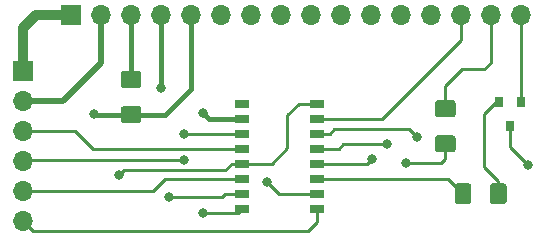
<source format=gbr>
G04 #@! TF.GenerationSoftware,KiCad,Pcbnew,(5.0.0)*
G04 #@! TF.CreationDate,2019-09-07T10:55:20+05:30*
G04 #@! TF.ProjectId,SerialShiftLCD,53657269616C53686966744C43442E6B,rev?*
G04 #@! TF.SameCoordinates,Original*
G04 #@! TF.FileFunction,Copper,L1,Top,Signal*
G04 #@! TF.FilePolarity,Positive*
%FSLAX46Y46*%
G04 Gerber Fmt 4.6, Leading zero omitted, Abs format (unit mm)*
G04 Created by KiCad (PCBNEW (5.0.0)) date 09/07/19 10:55:20*
%MOMM*%
%LPD*%
G01*
G04 APERTURE LIST*
G04 #@! TA.AperFunction,ComponentPad*
%ADD10R,1.700000X1.700000*%
G04 #@! TD*
G04 #@! TA.AperFunction,ComponentPad*
%ADD11O,1.700000X1.700000*%
G04 #@! TD*
G04 #@! TA.AperFunction,SMDPad,CuDef*
%ADD12R,0.800000X0.900000*%
G04 #@! TD*
G04 #@! TA.AperFunction,Conductor*
%ADD13C,0.100000*%
G04 #@! TD*
G04 #@! TA.AperFunction,SMDPad,CuDef*
%ADD14C,1.425000*%
G04 #@! TD*
G04 #@! TA.AperFunction,SMDPad,CuDef*
%ADD15R,1.300000X0.800000*%
G04 #@! TD*
G04 #@! TA.AperFunction,ViaPad*
%ADD16C,0.800000*%
G04 #@! TD*
G04 #@! TA.AperFunction,Conductor*
%ADD17C,0.812800*%
G04 #@! TD*
G04 #@! TA.AperFunction,Conductor*
%ADD18C,0.381000*%
G04 #@! TD*
G04 #@! TA.AperFunction,Conductor*
%ADD19C,0.254000*%
G04 #@! TD*
G04 #@! TA.AperFunction,Conductor*
%ADD20C,0.508000*%
G04 #@! TD*
G04 APERTURE END LIST*
D10*
G04 #@! TO.P,J1,1*
G04 #@! TO.N,GND*
X129857500Y-38227000D03*
D11*
G04 #@! TO.P,J1,2*
G04 #@! TO.N,+5V*
X129857500Y-40767000D03*
G04 #@! TO.P,J1,3*
G04 #@! TO.N,Net-(J1-Pad3)*
X129857500Y-43307000D03*
G04 #@! TO.P,J1,4*
G04 #@! TO.N,Net-(J1-Pad4)*
X129857500Y-45847000D03*
G04 #@! TO.P,J1,5*
G04 #@! TO.N,Net-(J1-Pad5)*
X129857500Y-48387000D03*
G04 #@! TO.P,J1,6*
G04 #@! TO.N,Net-(J1-Pad6)*
X129857500Y-50927000D03*
G04 #@! TD*
D10*
G04 #@! TO.P,J3,1*
G04 #@! TO.N,GND*
X133921500Y-33528000D03*
D11*
G04 #@! TO.P,J3,2*
G04 #@! TO.N,+5V*
X136461500Y-33528000D03*
G04 #@! TO.P,J3,3*
G04 #@! TO.N,Net-(J3-Pad3)*
X139001500Y-33528000D03*
G04 #@! TO.P,J3,4*
G04 #@! TO.N,Net-(J3-Pad4)*
X141541500Y-33528000D03*
G04 #@! TO.P,J3,5*
G04 #@! TO.N,GND*
X144081500Y-33528000D03*
G04 #@! TO.P,J3,6*
G04 #@! TO.N,Net-(J3-Pad6)*
X146621500Y-33528000D03*
G04 #@! TO.P,J3,7*
G04 #@! TO.N,Net-(J3-Pad7)*
X149161500Y-33528000D03*
G04 #@! TO.P,J3,8*
G04 #@! TO.N,Net-(J3-Pad8)*
X151701500Y-33528000D03*
G04 #@! TO.P,J3,9*
G04 #@! TO.N,Net-(J3-Pad9)*
X154241500Y-33528000D03*
G04 #@! TO.P,J3,10*
G04 #@! TO.N,Net-(J3-Pad10)*
X156781500Y-33528000D03*
G04 #@! TO.P,J3,11*
G04 #@! TO.N,Net-(J3-Pad11)*
X159321500Y-33528000D03*
G04 #@! TO.P,J3,12*
G04 #@! TO.N,Net-(J3-Pad12)*
X161861500Y-33528000D03*
G04 #@! TO.P,J3,13*
G04 #@! TO.N,Net-(J3-Pad13)*
X164401500Y-33528000D03*
G04 #@! TO.P,J3,14*
G04 #@! TO.N,Net-(J3-Pad14)*
X166941500Y-33528000D03*
G04 #@! TO.P,J3,15*
G04 #@! TO.N,Net-(J3-Pad15)*
X169481500Y-33528000D03*
G04 #@! TO.P,J3,16*
G04 #@! TO.N,Net-(J3-Pad16)*
X172021500Y-33528000D03*
G04 #@! TD*
D12*
G04 #@! TO.P,Q1,1*
G04 #@! TO.N,Net-(J3-Pad16)*
X172019000Y-40910000D03*
G04 #@! TO.P,Q1,2*
G04 #@! TO.N,Net-(Q1-Pad2)*
X170119000Y-40910000D03*
G04 #@! TO.P,Q1,3*
G04 #@! TO.N,GND*
X171069000Y-42910000D03*
G04 #@! TD*
D13*
G04 #@! TO.N,Net-(J3-Pad3)*
G04 #@! TO.C,R1*
G36*
X139651004Y-38250704D02*
X139675273Y-38254304D01*
X139699071Y-38260265D01*
X139722171Y-38268530D01*
X139744349Y-38279020D01*
X139765393Y-38291633D01*
X139785098Y-38306247D01*
X139803277Y-38322723D01*
X139819753Y-38340902D01*
X139834367Y-38360607D01*
X139846980Y-38381651D01*
X139857470Y-38403829D01*
X139865735Y-38426929D01*
X139871696Y-38450727D01*
X139875296Y-38474996D01*
X139876500Y-38499500D01*
X139876500Y-39424500D01*
X139875296Y-39449004D01*
X139871696Y-39473273D01*
X139865735Y-39497071D01*
X139857470Y-39520171D01*
X139846980Y-39542349D01*
X139834367Y-39563393D01*
X139819753Y-39583098D01*
X139803277Y-39601277D01*
X139785098Y-39617753D01*
X139765393Y-39632367D01*
X139744349Y-39644980D01*
X139722171Y-39655470D01*
X139699071Y-39663735D01*
X139675273Y-39669696D01*
X139651004Y-39673296D01*
X139626500Y-39674500D01*
X138376500Y-39674500D01*
X138351996Y-39673296D01*
X138327727Y-39669696D01*
X138303929Y-39663735D01*
X138280829Y-39655470D01*
X138258651Y-39644980D01*
X138237607Y-39632367D01*
X138217902Y-39617753D01*
X138199723Y-39601277D01*
X138183247Y-39583098D01*
X138168633Y-39563393D01*
X138156020Y-39542349D01*
X138145530Y-39520171D01*
X138137265Y-39497071D01*
X138131304Y-39473273D01*
X138127704Y-39449004D01*
X138126500Y-39424500D01*
X138126500Y-38499500D01*
X138127704Y-38474996D01*
X138131304Y-38450727D01*
X138137265Y-38426929D01*
X138145530Y-38403829D01*
X138156020Y-38381651D01*
X138168633Y-38360607D01*
X138183247Y-38340902D01*
X138199723Y-38322723D01*
X138217902Y-38306247D01*
X138237607Y-38291633D01*
X138258651Y-38279020D01*
X138280829Y-38268530D01*
X138303929Y-38260265D01*
X138327727Y-38254304D01*
X138351996Y-38250704D01*
X138376500Y-38249500D01*
X139626500Y-38249500D01*
X139651004Y-38250704D01*
X139651004Y-38250704D01*
G37*
D14*
G04 #@! TD*
G04 #@! TO.P,R1,1*
G04 #@! TO.N,Net-(J3-Pad3)*
X139001500Y-38962000D03*
D13*
G04 #@! TO.N,GND*
G04 #@! TO.C,R1*
G36*
X139651004Y-41225704D02*
X139675273Y-41229304D01*
X139699071Y-41235265D01*
X139722171Y-41243530D01*
X139744349Y-41254020D01*
X139765393Y-41266633D01*
X139785098Y-41281247D01*
X139803277Y-41297723D01*
X139819753Y-41315902D01*
X139834367Y-41335607D01*
X139846980Y-41356651D01*
X139857470Y-41378829D01*
X139865735Y-41401929D01*
X139871696Y-41425727D01*
X139875296Y-41449996D01*
X139876500Y-41474500D01*
X139876500Y-42399500D01*
X139875296Y-42424004D01*
X139871696Y-42448273D01*
X139865735Y-42472071D01*
X139857470Y-42495171D01*
X139846980Y-42517349D01*
X139834367Y-42538393D01*
X139819753Y-42558098D01*
X139803277Y-42576277D01*
X139785098Y-42592753D01*
X139765393Y-42607367D01*
X139744349Y-42619980D01*
X139722171Y-42630470D01*
X139699071Y-42638735D01*
X139675273Y-42644696D01*
X139651004Y-42648296D01*
X139626500Y-42649500D01*
X138376500Y-42649500D01*
X138351996Y-42648296D01*
X138327727Y-42644696D01*
X138303929Y-42638735D01*
X138280829Y-42630470D01*
X138258651Y-42619980D01*
X138237607Y-42607367D01*
X138217902Y-42592753D01*
X138199723Y-42576277D01*
X138183247Y-42558098D01*
X138168633Y-42538393D01*
X138156020Y-42517349D01*
X138145530Y-42495171D01*
X138137265Y-42472071D01*
X138131304Y-42448273D01*
X138127704Y-42424004D01*
X138126500Y-42399500D01*
X138126500Y-41474500D01*
X138127704Y-41449996D01*
X138131304Y-41425727D01*
X138137265Y-41401929D01*
X138145530Y-41378829D01*
X138156020Y-41356651D01*
X138168633Y-41335607D01*
X138183247Y-41315902D01*
X138199723Y-41297723D01*
X138217902Y-41281247D01*
X138237607Y-41266633D01*
X138258651Y-41254020D01*
X138280829Y-41243530D01*
X138303929Y-41235265D01*
X138327727Y-41229304D01*
X138351996Y-41225704D01*
X138376500Y-41224500D01*
X139626500Y-41224500D01*
X139651004Y-41225704D01*
X139651004Y-41225704D01*
G37*
D14*
G04 #@! TD*
G04 #@! TO.P,R1,2*
G04 #@! TO.N,GND*
X139001500Y-41937000D03*
D13*
G04 #@! TO.N,+5V*
G04 #@! TO.C,R2*
G36*
X166257504Y-43702204D02*
X166281773Y-43705804D01*
X166305571Y-43711765D01*
X166328671Y-43720030D01*
X166350849Y-43730520D01*
X166371893Y-43743133D01*
X166391598Y-43757747D01*
X166409777Y-43774223D01*
X166426253Y-43792402D01*
X166440867Y-43812107D01*
X166453480Y-43833151D01*
X166463970Y-43855329D01*
X166472235Y-43878429D01*
X166478196Y-43902227D01*
X166481796Y-43926496D01*
X166483000Y-43951000D01*
X166483000Y-44876000D01*
X166481796Y-44900504D01*
X166478196Y-44924773D01*
X166472235Y-44948571D01*
X166463970Y-44971671D01*
X166453480Y-44993849D01*
X166440867Y-45014893D01*
X166426253Y-45034598D01*
X166409777Y-45052777D01*
X166391598Y-45069253D01*
X166371893Y-45083867D01*
X166350849Y-45096480D01*
X166328671Y-45106970D01*
X166305571Y-45115235D01*
X166281773Y-45121196D01*
X166257504Y-45124796D01*
X166233000Y-45126000D01*
X164983000Y-45126000D01*
X164958496Y-45124796D01*
X164934227Y-45121196D01*
X164910429Y-45115235D01*
X164887329Y-45106970D01*
X164865151Y-45096480D01*
X164844107Y-45083867D01*
X164824402Y-45069253D01*
X164806223Y-45052777D01*
X164789747Y-45034598D01*
X164775133Y-45014893D01*
X164762520Y-44993849D01*
X164752030Y-44971671D01*
X164743765Y-44948571D01*
X164737804Y-44924773D01*
X164734204Y-44900504D01*
X164733000Y-44876000D01*
X164733000Y-43951000D01*
X164734204Y-43926496D01*
X164737804Y-43902227D01*
X164743765Y-43878429D01*
X164752030Y-43855329D01*
X164762520Y-43833151D01*
X164775133Y-43812107D01*
X164789747Y-43792402D01*
X164806223Y-43774223D01*
X164824402Y-43757747D01*
X164844107Y-43743133D01*
X164865151Y-43730520D01*
X164887329Y-43720030D01*
X164910429Y-43711765D01*
X164934227Y-43705804D01*
X164958496Y-43702204D01*
X164983000Y-43701000D01*
X166233000Y-43701000D01*
X166257504Y-43702204D01*
X166257504Y-43702204D01*
G37*
D14*
G04 #@! TD*
G04 #@! TO.P,R2,2*
G04 #@! TO.N,+5V*
X165608000Y-44413500D03*
D13*
G04 #@! TO.N,Net-(J3-Pad15)*
G04 #@! TO.C,R2*
G36*
X166257504Y-40727204D02*
X166281773Y-40730804D01*
X166305571Y-40736765D01*
X166328671Y-40745030D01*
X166350849Y-40755520D01*
X166371893Y-40768133D01*
X166391598Y-40782747D01*
X166409777Y-40799223D01*
X166426253Y-40817402D01*
X166440867Y-40837107D01*
X166453480Y-40858151D01*
X166463970Y-40880329D01*
X166472235Y-40903429D01*
X166478196Y-40927227D01*
X166481796Y-40951496D01*
X166483000Y-40976000D01*
X166483000Y-41901000D01*
X166481796Y-41925504D01*
X166478196Y-41949773D01*
X166472235Y-41973571D01*
X166463970Y-41996671D01*
X166453480Y-42018849D01*
X166440867Y-42039893D01*
X166426253Y-42059598D01*
X166409777Y-42077777D01*
X166391598Y-42094253D01*
X166371893Y-42108867D01*
X166350849Y-42121480D01*
X166328671Y-42131970D01*
X166305571Y-42140235D01*
X166281773Y-42146196D01*
X166257504Y-42149796D01*
X166233000Y-42151000D01*
X164983000Y-42151000D01*
X164958496Y-42149796D01*
X164934227Y-42146196D01*
X164910429Y-42140235D01*
X164887329Y-42131970D01*
X164865151Y-42121480D01*
X164844107Y-42108867D01*
X164824402Y-42094253D01*
X164806223Y-42077777D01*
X164789747Y-42059598D01*
X164775133Y-42039893D01*
X164762520Y-42018849D01*
X164752030Y-41996671D01*
X164743765Y-41973571D01*
X164737804Y-41949773D01*
X164734204Y-41925504D01*
X164733000Y-41901000D01*
X164733000Y-40976000D01*
X164734204Y-40951496D01*
X164737804Y-40927227D01*
X164743765Y-40903429D01*
X164752030Y-40880329D01*
X164762520Y-40858151D01*
X164775133Y-40837107D01*
X164789747Y-40817402D01*
X164806223Y-40799223D01*
X164824402Y-40782747D01*
X164844107Y-40768133D01*
X164865151Y-40755520D01*
X164887329Y-40745030D01*
X164910429Y-40736765D01*
X164934227Y-40730804D01*
X164958496Y-40727204D01*
X164983000Y-40726000D01*
X166233000Y-40726000D01*
X166257504Y-40727204D01*
X166257504Y-40727204D01*
G37*
D14*
G04 #@! TD*
G04 #@! TO.P,R2,1*
G04 #@! TO.N,Net-(J3-Pad15)*
X165608000Y-41438500D03*
D13*
G04 #@! TO.N,Net-(Q1-Pad2)*
G04 #@! TO.C,R3*
G36*
X170567004Y-47767204D02*
X170591273Y-47770804D01*
X170615071Y-47776765D01*
X170638171Y-47785030D01*
X170660349Y-47795520D01*
X170681393Y-47808133D01*
X170701098Y-47822747D01*
X170719277Y-47839223D01*
X170735753Y-47857402D01*
X170750367Y-47877107D01*
X170762980Y-47898151D01*
X170773470Y-47920329D01*
X170781735Y-47943429D01*
X170787696Y-47967227D01*
X170791296Y-47991496D01*
X170792500Y-48016000D01*
X170792500Y-49266000D01*
X170791296Y-49290504D01*
X170787696Y-49314773D01*
X170781735Y-49338571D01*
X170773470Y-49361671D01*
X170762980Y-49383849D01*
X170750367Y-49404893D01*
X170735753Y-49424598D01*
X170719277Y-49442777D01*
X170701098Y-49459253D01*
X170681393Y-49473867D01*
X170660349Y-49486480D01*
X170638171Y-49496970D01*
X170615071Y-49505235D01*
X170591273Y-49511196D01*
X170567004Y-49514796D01*
X170542500Y-49516000D01*
X169617500Y-49516000D01*
X169592996Y-49514796D01*
X169568727Y-49511196D01*
X169544929Y-49505235D01*
X169521829Y-49496970D01*
X169499651Y-49486480D01*
X169478607Y-49473867D01*
X169458902Y-49459253D01*
X169440723Y-49442777D01*
X169424247Y-49424598D01*
X169409633Y-49404893D01*
X169397020Y-49383849D01*
X169386530Y-49361671D01*
X169378265Y-49338571D01*
X169372304Y-49314773D01*
X169368704Y-49290504D01*
X169367500Y-49266000D01*
X169367500Y-48016000D01*
X169368704Y-47991496D01*
X169372304Y-47967227D01*
X169378265Y-47943429D01*
X169386530Y-47920329D01*
X169397020Y-47898151D01*
X169409633Y-47877107D01*
X169424247Y-47857402D01*
X169440723Y-47839223D01*
X169458902Y-47822747D01*
X169478607Y-47808133D01*
X169499651Y-47795520D01*
X169521829Y-47785030D01*
X169544929Y-47776765D01*
X169568727Y-47770804D01*
X169592996Y-47767204D01*
X169617500Y-47766000D01*
X170542500Y-47766000D01*
X170567004Y-47767204D01*
X170567004Y-47767204D01*
G37*
D14*
G04 #@! TD*
G04 #@! TO.P,R3,1*
G04 #@! TO.N,Net-(Q1-Pad2)*
X170080000Y-48641000D03*
D13*
G04 #@! TO.N,Net-(R3-Pad2)*
G04 #@! TO.C,R3*
G36*
X167592004Y-47767204D02*
X167616273Y-47770804D01*
X167640071Y-47776765D01*
X167663171Y-47785030D01*
X167685349Y-47795520D01*
X167706393Y-47808133D01*
X167726098Y-47822747D01*
X167744277Y-47839223D01*
X167760753Y-47857402D01*
X167775367Y-47877107D01*
X167787980Y-47898151D01*
X167798470Y-47920329D01*
X167806735Y-47943429D01*
X167812696Y-47967227D01*
X167816296Y-47991496D01*
X167817500Y-48016000D01*
X167817500Y-49266000D01*
X167816296Y-49290504D01*
X167812696Y-49314773D01*
X167806735Y-49338571D01*
X167798470Y-49361671D01*
X167787980Y-49383849D01*
X167775367Y-49404893D01*
X167760753Y-49424598D01*
X167744277Y-49442777D01*
X167726098Y-49459253D01*
X167706393Y-49473867D01*
X167685349Y-49486480D01*
X167663171Y-49496970D01*
X167640071Y-49505235D01*
X167616273Y-49511196D01*
X167592004Y-49514796D01*
X167567500Y-49516000D01*
X166642500Y-49516000D01*
X166617996Y-49514796D01*
X166593727Y-49511196D01*
X166569929Y-49505235D01*
X166546829Y-49496970D01*
X166524651Y-49486480D01*
X166503607Y-49473867D01*
X166483902Y-49459253D01*
X166465723Y-49442777D01*
X166449247Y-49424598D01*
X166434633Y-49404893D01*
X166422020Y-49383849D01*
X166411530Y-49361671D01*
X166403265Y-49338571D01*
X166397304Y-49314773D01*
X166393704Y-49290504D01*
X166392500Y-49266000D01*
X166392500Y-48016000D01*
X166393704Y-47991496D01*
X166397304Y-47967227D01*
X166403265Y-47943429D01*
X166411530Y-47920329D01*
X166422020Y-47898151D01*
X166434633Y-47877107D01*
X166449247Y-47857402D01*
X166465723Y-47839223D01*
X166483902Y-47822747D01*
X166503607Y-47808133D01*
X166524651Y-47795520D01*
X166546829Y-47785030D01*
X166569929Y-47776765D01*
X166593727Y-47770804D01*
X166617996Y-47767204D01*
X166642500Y-47766000D01*
X167567500Y-47766000D01*
X167592004Y-47767204D01*
X167592004Y-47767204D01*
G37*
D14*
G04 #@! TD*
G04 #@! TO.P,R3,2*
G04 #@! TO.N,Net-(R3-Pad2)*
X167105000Y-48641000D03*
D15*
G04 #@! TO.P,U1,1*
G04 #@! TO.N,Net-(J1-Pad6)*
X154724500Y-49916000D03*
G04 #@! TO.P,U1,2*
G04 #@! TO.N,Net-(J3-Pad6)*
X154724500Y-48636000D03*
G04 #@! TO.P,U1,3*
G04 #@! TO.N,Net-(R3-Pad2)*
X154724500Y-47376000D03*
G04 #@! TO.P,U1,4*
G04 #@! TO.N,Net-(J3-Pad11)*
X154724500Y-46106000D03*
G04 #@! TO.P,U1,5*
G04 #@! TO.N,Net-(J3-Pad12)*
X154724500Y-44826000D03*
G04 #@! TO.P,U1,6*
G04 #@! TO.N,Net-(J3-Pad13)*
X154724500Y-43556000D03*
G04 #@! TO.P,U1,7*
G04 #@! TO.N,Net-(J3-Pad14)*
X154724500Y-42296000D03*
G04 #@! TO.P,U1,8*
G04 #@! TO.N,GND*
X154724500Y-41016000D03*
G04 #@! TO.P,U1,9*
G04 #@! TO.N,Net-(U1-Pad9)*
X148424500Y-41016000D03*
G04 #@! TO.P,U1,10*
G04 #@! TO.N,+5V*
X148424500Y-42296000D03*
G04 #@! TO.P,U1,11*
G04 #@! TO.N,Net-(J1-Pad4)*
X148424500Y-43556000D03*
G04 #@! TO.P,U1,12*
G04 #@! TO.N,Net-(J1-Pad3)*
X148424500Y-44826000D03*
G04 #@! TO.P,U1,13*
G04 #@! TO.N,GND*
X148424500Y-46106000D03*
G04 #@! TO.P,U1,14*
G04 #@! TO.N,Net-(J1-Pad5)*
X148424500Y-47376000D03*
G04 #@! TO.P,U1,15*
G04 #@! TO.N,Net-(J3-Pad4)*
X148424500Y-48636000D03*
G04 #@! TO.P,U1,16*
G04 #@! TO.N,+5V*
X148424500Y-49916000D03*
G04 #@! TD*
D16*
G04 #@! TO.N,GND*
X135890000Y-41910000D03*
X138023600Y-47040800D03*
X172593000Y-46228000D03*
G04 #@! TO.N,+5V*
X145110200Y-41833800D03*
X145110200Y-50292000D03*
X162255200Y-45999400D03*
G04 #@! TO.N,Net-(J1-Pad4)*
X143484600Y-43611800D03*
X143484600Y-45796200D03*
G04 #@! TO.N,Net-(J3-Pad4)*
X142240000Y-48895000D03*
X141554200Y-39700200D03*
G04 #@! TO.N,Net-(J3-Pad6)*
X150495000Y-47625000D03*
G04 #@! TO.N,Net-(J3-Pad11)*
X159385000Y-45720000D03*
G04 #@! TO.N,Net-(J3-Pad12)*
X160655000Y-44450000D03*
G04 #@! TO.N,Net-(J3-Pad13)*
X163195000Y-43815000D03*
G04 #@! TD*
D17*
G04 #@! TO.N,GND*
X129857500Y-38227000D02*
X129857500Y-34607500D01*
X130937000Y-33528000D02*
X133921500Y-33528000D01*
X129857500Y-34607500D02*
X130937000Y-33528000D01*
D18*
X139001500Y-41937000D02*
X135917000Y-41937000D01*
X135917000Y-41937000D02*
X135890000Y-41910000D01*
X139976500Y-41937000D02*
X139978100Y-41935400D01*
X139001500Y-41937000D02*
X139976500Y-41937000D01*
X139978100Y-41935400D02*
X141884400Y-41935400D01*
X144081500Y-39738300D02*
X144081500Y-33528000D01*
X141884400Y-41935400D02*
X144081500Y-39738300D01*
D19*
X148424500Y-46106000D02*
X150896400Y-46106000D01*
X150896400Y-46106000D02*
X152247600Y-44754800D01*
X152247600Y-44754800D02*
X152247600Y-41986200D01*
X153217800Y-41016000D02*
X154724500Y-41016000D01*
X152247600Y-41986200D02*
X153217800Y-41016000D01*
X147520500Y-46106000D02*
X146992100Y-46634400D01*
X148424500Y-46106000D02*
X147520500Y-46106000D01*
X146992100Y-46634400D02*
X138430000Y-46634400D01*
X138430000Y-46634400D02*
X138023600Y-47040800D01*
X171069000Y-44704000D02*
X171069000Y-42910000D01*
X172593000Y-46228000D02*
X171069000Y-44704000D01*
D20*
G04 #@! TO.N,+5V*
X129857500Y-40767000D02*
X133223000Y-40767000D01*
X136461500Y-37528500D02*
X136461500Y-33528000D01*
X133223000Y-40767000D02*
X136461500Y-37528500D01*
D18*
X145572400Y-42296000D02*
X148424500Y-42296000D01*
X145110200Y-41833800D02*
X145572400Y-42296000D01*
D19*
X148048500Y-50292000D02*
X148424500Y-49916000D01*
X145110200Y-50292000D02*
X148048500Y-50292000D01*
X165608000Y-44413500D02*
X165608000Y-45669200D01*
X165608000Y-45669200D02*
X165277800Y-45999400D01*
X165277800Y-45999400D02*
X162255200Y-45999400D01*
G04 #@! TO.N,Net-(J1-Pad3)*
X129857500Y-43307000D02*
X133654800Y-43307000D01*
X135808800Y-44826000D02*
X148424500Y-44826000D01*
X133654800Y-43307000D02*
X134289800Y-43307000D01*
X134289800Y-43307000D02*
X135808800Y-44826000D01*
G04 #@! TO.N,Net-(J1-Pad4)*
X148424500Y-43556000D02*
X143540400Y-43556000D01*
X143540400Y-43556000D02*
X143484600Y-43611800D01*
X129908300Y-45796200D02*
X129857500Y-45847000D01*
X143484600Y-45796200D02*
X129908300Y-45796200D01*
G04 #@! TO.N,Net-(J1-Pad5)*
X129857500Y-48387000D02*
X140843000Y-48387000D01*
X141854000Y-47376000D02*
X148424500Y-47376000D01*
X140843000Y-48387000D02*
X141854000Y-47376000D01*
D18*
G04 #@! TO.N,Net-(J3-Pad3)*
X139001500Y-33528000D02*
X139001500Y-38962000D01*
D19*
G04 #@! TO.N,Net-(J3-Pad4)*
X142240000Y-48895000D02*
X146685000Y-48895000D01*
X146944000Y-48636000D02*
X148424500Y-48636000D01*
X146685000Y-48895000D02*
X146944000Y-48636000D01*
D18*
X141541500Y-33528000D02*
X141541500Y-39687500D01*
X141541500Y-39687500D02*
X141554200Y-39700200D01*
D19*
G04 #@! TO.N,Net-(J3-Pad6)*
X151506000Y-48636000D02*
X154724500Y-48636000D01*
X150495000Y-47625000D02*
X151506000Y-48636000D01*
G04 #@! TO.N,Net-(J3-Pad11)*
X158999000Y-46106000D02*
X159385000Y-45720000D01*
X154724500Y-46106000D02*
X158999000Y-46106000D01*
G04 #@! TO.N,Net-(J3-Pad12)*
X154724500Y-44826000D02*
X156586000Y-44826000D01*
X156586000Y-44826000D02*
X156962000Y-44450000D01*
X156962000Y-44450000D02*
X160655000Y-44450000D01*
G04 #@! TO.N,Net-(J3-Pad13)*
X163195000Y-43815000D02*
X162560000Y-43180000D01*
X162560000Y-43180000D02*
X156210000Y-43180000D01*
X155834000Y-43556000D02*
X154724500Y-43556000D01*
X156210000Y-43180000D02*
X155834000Y-43556000D01*
G04 #@! TO.N,Net-(J3-Pad14)*
X166941500Y-35623500D02*
X166941500Y-33528000D01*
X154724500Y-42296000D02*
X160269000Y-42296000D01*
X160269000Y-42296000D02*
X166941500Y-35623500D01*
G04 #@! TO.N,Net-(J3-Pad15)*
X165608000Y-41438500D02*
X165608000Y-39497000D01*
X165608000Y-39497000D02*
X167005000Y-38100000D01*
X167005000Y-38100000D02*
X168910000Y-38100000D01*
X169481500Y-37528500D02*
X169481500Y-33528000D01*
X168910000Y-38100000D02*
X169481500Y-37528500D01*
G04 #@! TO.N,Net-(J3-Pad16)*
X172021500Y-40907500D02*
X172019000Y-40910000D01*
X172021500Y-33528000D02*
X172021500Y-40907500D01*
G04 #@! TO.N,Net-(Q1-Pad2)*
X170119000Y-40910000D02*
X169910000Y-40910000D01*
X169910000Y-40910000D02*
X168910000Y-41910000D01*
X168910000Y-41910000D02*
X168910000Y-46355000D01*
X170080000Y-47525000D02*
X170080000Y-48641000D01*
X168910000Y-46355000D02*
X170080000Y-47525000D01*
G04 #@! TO.N,Net-(J1-Pad6)*
X130707499Y-51776999D02*
X153963001Y-51776999D01*
X129857500Y-50927000D02*
X130707499Y-51776999D01*
X154724500Y-51015500D02*
X154724500Y-49916000D01*
X153963001Y-51776999D02*
X154724500Y-51015500D01*
G04 #@! TO.N,Net-(R3-Pad2)*
X165840000Y-47376000D02*
X167105000Y-48641000D01*
X154724500Y-47376000D02*
X165840000Y-47376000D01*
G04 #@! TD*
M02*

</source>
